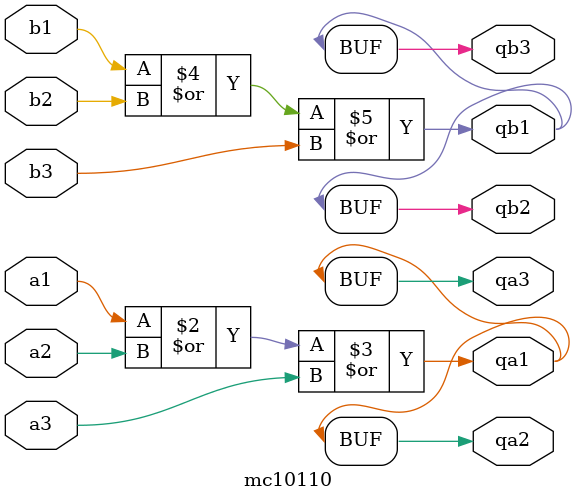
<source format=sv>
module mc10110(input bit a1, a2, a3, b1, b2, b3,
	       output bit qa1, qa2, qa3,
	       output bit qb1, qb2, qb3);
  
  always_comb begin
    qa1 = a1 | a2 | a3;
    qa2 = qa1;
    qa3 = qa1;
    
    qb1 = b1 | b2 | b3;
    qb2 = qb1;
    qb3 = qb1;
  end
endmodule // mc10110

</source>
